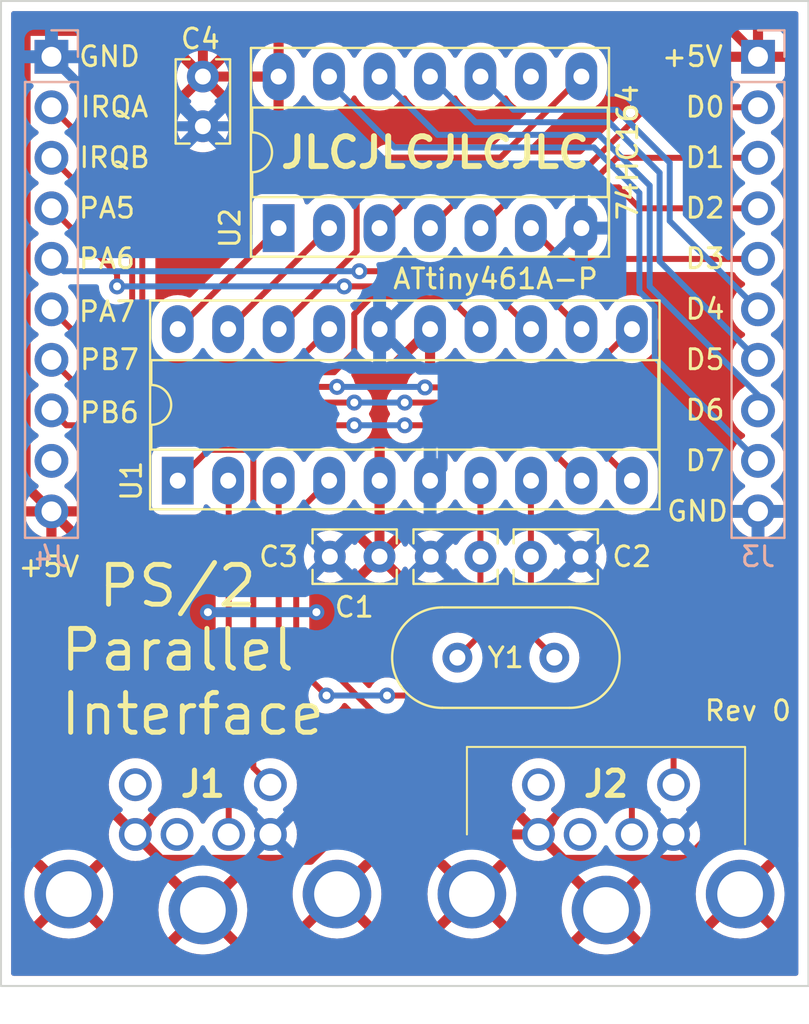
<source format=kicad_pcb>
(kicad_pcb (version 20211014) (generator pcbnew)
  (layers (0 "F.Cu" signal) (31 "B.Cu" power) (34 "B.Paste" user) (35 "F.Paste" user) (36 "B.SilkS" user "B.Silkscreen") (37 "F.SilkS" user "F.Silkscreen") (38 "B.Mask" user) (39 "F.Mask" user) (44 "Edge.Cuts" user))
  (net 0 "")
  (net 1 "GND")
  (net 2 "/XTAL1")
  (net 3 "/XTAL2")
  (net 4 "/PS2A_DATA")
  (net 6 "/PS2A_CLK")
  (net 8 "/PS2B_DATA")
  (net 10 "/PS2B_CLK")
  (net 11 "Earth")
  (net 12 "+5V")
  (net 13 "/D0")
  (net 14 "/D1")
  (net 15 "/D2")
  (net 16 "/D3")
  (net 17 "/D4")
  (net 18 "/D5")
  (net 19 "/D6")
  (net 20 "/D7")
  (net 22 "/IRQA")
  (net 23 "/IRQB")
  (net 24 "/PA5")
  (net 25 "/PA6")
  (net 26 "/PA7")
  (net 27 "/PB7")
  (net 28 "/PB6")
  (net 30 "/OUT_CLK")
  (net 31 "/DATA")
  (net 32 "/CS")
  (footprint "Capacitor_THT:C_Rect_L4.0mm_W2.5mm_P2.50mm" (layer "F.Cu") (at 153.67 88.89 -90)
    (fp_text reference "C4" (at -1.895 0.127 180) (layer "F.SilkS"))
    (fp_text value "100n")
    (fp_line (start -0.87 -1.37) (end -0.87 -0.665) (layer "F.SilkS") (width 0.12))
    (fp_line (start -0.87 0.665) (end -0.87 1.37) (layer "F.SilkS") (width 0.12))
    (fp_line (start 3.37 0.665) (end 3.37 1.37) (layer "F.SilkS") (width 0.12))
    (fp_line (start -0.87 1.37) (end 3.37 1.37) (layer "F.SilkS") (width 0.12))
    (fp_line (start -0.87 -1.37) (end 3.37 -1.37) (layer "F.SilkS") (width 0.12))
    (fp_line (start 3.37 -1.37) (end 3.37 -0.665) (layer "F.SilkS") (width 0.12))
    (pad "1" thru_hole circle (at 0 0 270) (size 1.6 1.6) (drill 0.8) (layers *.Cu *.Mask) (net 12 "+5V"))
    (pad "2" thru_hole circle (at 2.5 0 270) (size 1.6 1.6) (drill 0.8) (layers *.Cu *.Mask) (net 1 "GND"))
  )
  (footprint "Package_DIP:DIP-14_W7.62mm_Socket_LongPads" (layer "F.Cu") (at 157.48 96.51 90)
    (fp_text reference "U2" (at 0 -2.44 90) (layer "F.SilkS"))
    (fp_text value "74HC164" (at 3.81 17.57 90) (layer "F.SilkS"))
    (fp_line (start 6.06 -1.33) (end 4.81 -1.33) (layer "F.SilkS") (width 0.12))
    (fp_line (start 1.56 -1.33) (end 1.56 16.57) (layer "F.SilkS") (width 0.12))
    (fp_line (start 1.56 16.57) (end 6.06 16.57) (layer "F.SilkS") (width 0.12))
    (fp_line (start 9.06 -1.39) (end -1.44 -1.39) (layer "F.SilkS") (width 0.12))
    (fp_line (start -1.44 -1.39) (end -1.44 16.63) (layer "F.SilkS") (width 0.12))
    (fp_line (start -1.44 16.63) (end 9.06 16.63) (layer "F.SilkS") (width 0.12))
    (fp_line (start 2.81 -1.33) (end 1.56 -1.33) (layer "F.SilkS") (width 0.12))
    (fp_line (start 6.06 16.57) (end 6.06 -1.33) (layer "F.SilkS") (width 0.12))
    (fp_line (start 9.06 16.63) (end 9.06 -1.39) (layer "F.SilkS") (width 0.12))
    (fp_arc (start 4.81 -1.33) (mid 3.81 -0.33) (end 2.81 -1.33) (layer "F.SilkS") (width 0.12))
    (pad "1" thru_hole rect (at 0 0 90) (size 2.4 1.6) (drill 0.8) (layers *.Cu *.Mask) (net 32 "/CS"))
    (pad "2" thru_hole oval (at 0 2.54 90) (size 2.4 1.6) (drill 0.8) (layers *.Cu *.Mask) (net 31 "/DATA"))
    (pad "3" thru_hole oval (at 0 5.08 90) (size 2.4 1.6) (drill 0.8) (layers *.Cu *.Mask) (net 13 "/D0"))
    (pad "4" thru_hole oval (at 0 7.62 90) (size 2.4 1.6) (drill 0.8) (layers *.Cu *.Mask) (net 14 "/D1"))
    (pad "5" thru_hole oval (at 0 10.16 90) (size 2.4 1.6) (drill 0.8) (layers *.Cu *.Mask) (net 15 "/D2"))
    (pad "6" thru_hole oval (at 0 12.7 90) (size 2.4 1.6) (drill 0.8) (layers *.Cu *.Mask) (net 16 "/D3"))
    (pad "7" thru_hole oval (at 0 15.24 90) (size 2.4 1.6) (drill 0.8) (layers *.Cu *.Mask) (net 1 "GND"))
    (pad "8" thru_hole oval (at 7.62 15.24 90) (size 2.4 1.6) (drill 0.8) (layers *.Cu *.Mask) (net 30 "/OUT_CLK"))
    (pad "9" thru_hole oval (at 7.62 12.7 90) (size 2.4 1.6) (drill 0.8) (layers *.Cu *.Mask))
    (pad "10" thru_hole oval (at 7.62 10.16 90) (size 2.4 1.6) (drill 0.8) (layers *.Cu *.Mask) (net 17 "/D4"))
    (pad "11" thru_hole oval (at 7.62 7.62 90) (size 2.4 1.6) (drill 0.8) (layers *.Cu *.Mask) (net 18 "/D5"))
    (pad "12" thru_hole oval (at 7.62 5.08 90) (size 2.4 1.6) (drill 0.8) (layers *.Cu *.Mask) (net 19 "/D6"))
    (pad "13" thru_hole oval (at 7.62 2.54 90) (size 2.4 1.6) (drill 0.8) (layers *.Cu *.Mask) (net 20 "/D7"))
    (pad "14" thru_hole oval (at 7.62 0 90) (size 2.4 1.6) (drill 0.8) (layers *.Cu *.Mask) (net 12 "+5V"))
  )
  (footprint "KiCad:KMDGX6SBS" (layer "F.Cu") (at 175.26 127 180)
    (fp_text reference "J2" (at 1.3 2.54) (layer "F.SilkS") (effects (font (size 1.27 1.27) (thickness 0.254))))
    (fp_text value "KMDGX-6S-BS" hide)
    (fp_line (start -5.7 -0.5) (end -5.7 4.4) (layer "F.SilkS") (width 0.1))
    (fp_line (start -5.7 4.4) (end 8.3 4.4) (layer "F.SilkS") (width 0.1))
    (fp_line (start 8.3 4.4) (end 8.3 0) (layer "F.SilkS") (width 0.1))
    (pad "1" thru_hole circle (at 0 0 180) (size 1.65 1.65) (drill 1.1) (layers *.Cu *.Mask) (net 8 "/PS2B_DATA"))
    (pad "2" thru_hole circle (at 2.6 0 180) (size 1.65 1.65) (drill 1.1) (layers *.Cu *.Mask))
    (pad "3" thru_hole circle (at -2.1 0 180) (size 1.65 1.65) (drill 1.1) (layers *.Cu *.Mask) (net 1 "GND"))
    (pad "5" thru_hole circle (at 4.7 0 180) (size 1.65 1.65) (drill 1.1) (layers *.Cu *.Mask) (net 12 "+5V"))
    (pad "6" thru_hole circle (at -2.1 2.5 180) (size 1.65 1.65) (drill 1.1) (layers *.Cu *.Mask) (net 10 "/PS2B_CLK"))
    (pad "8" thru_hole circle (at 4.7 2.5 180) (size 1.65 1.65) (drill 1.1) (layers *.Cu *.Mask))
    (pad "MH1" thru_hole circle (at -5.45 -3 180) (size 3.45 3.45) (drill 2.3) (layers *.Cu *.Mask) (net 11 "Earth"))
    (pad "MH2" thru_hole circle (at 1.3 -3.8 180) (size 3.45 3.45) (drill 2.3) (layers *.Cu *.Mask) (net 11 "Earth"))
    (pad "MH3" thru_hole circle (at 8.05 -3 180) (size 3.45 3.45) (drill 2.3) (layers *.Cu *.Mask) (net 11 "Earth"))
  )
  (footprint "Capacitor_THT:C_Rect_L4.0mm_W2.5mm_P2.50mm" (layer "F.Cu") (at 165.14 113.03)
    (fp_text reference "C1" (at -3.85 2.54) (layer "F.SilkS"))
    (fp_text value "20p")
    (fp_line (start -0.87 0.665) (end -0.87 1.37) (layer "F.SilkS") (width 0.12))
    (fp_line (start 3.37 -1.37) (end 3.37 -0.665) (layer "F.SilkS") (width 0.12))
    (fp_line (start -0.87 -1.37) (end -0.87 -0.665) (layer "F.SilkS") (width 0.12))
    (fp_line (start -0.87 -1.37) (end 3.37 -1.37) (layer "F.SilkS") (width 0.12))
    (fp_line (start -0.87 1.37) (end 3.37 1.37) (layer "F.SilkS") (width 0.12))
    (fp_line (start 3.37 0.665) (end 3.37 1.37) (layer "F.SilkS") (width 0.12))
    (pad "1" thru_hole circle (at 0 0) (size 1.6 1.6) (drill 0.8) (layers *.Cu *.Mask) (net 1 "GND"))
    (pad "2" thru_hole circle (at 2.5 0) (size 1.6 1.6) (drill 0.8) (layers *.Cu *.Mask) (net 2 "/XTAL1"))
  )
  (footprint "Capacitor_THT:C_Rect_L4.0mm_W2.5mm_P2.50mm" (layer "F.Cu") (at 172.68 113.03 180)
    (fp_text reference "C2" (at -2.58 0) (layer "F.SilkS"))
    (fp_text value "20p")
    (fp_line (start 3.37 0.665) (end 3.37 1.37) (layer "F.SilkS") (width 0.12))
    (fp_line (start -0.87 1.37) (end 3.37 1.37) (layer "F.SilkS") (width 0.12))
    (fp_line (start -0.87 -1.37) (end 3.37 -1.37) (layer "F.SilkS") (width 0.12))
    (fp_line (start 3.37 -1.37) (end 3.37 -0.665) (layer "F.SilkS") (width 0.12))
    (fp_line (start -0.87 -1.37) (end -0.87 -0.665) (layer "F.SilkS") (width 0.12))
    (fp_line (start -0.87 0.665) (end -0.87 1.37) (layer "F.SilkS") (width 0.12))
    (pad "1" thru_hole circle (at 0 0 180) (size 1.6 1.6) (drill 0.8) (layers *.Cu *.Mask) (net 1 "GND"))
    (pad "2" thru_hole circle (at 2.5 0 180) (size 1.6 1.6) (drill 0.8) (layers *.Cu *.Mask) (net 3 "/XTAL2"))
  )
  (footprint "Capacitor_THT:C_Rect_L4.0mm_W2.5mm_P2.50mm" (layer "F.Cu") (at 162.56 113.03 180)
    (fp_text reference "C3" (at 5.08 0) (layer "F.SilkS"))
    (fp_text value "100n")
    (fp_line (start 3.37 -1.37) (end 3.37 -0.665) (layer "F.SilkS") (width 0.12))
    (fp_line (start 3.37 0.665) (end 3.37 1.37) (layer "F.SilkS") (width 0.12))
    (fp_line (start -0.87 -1.37) (end 3.37 -1.37) (layer "F.SilkS") (width 0.12))
    (fp_line (start -0.87 -1.37) (end -0.87 -0.665) (layer "F.SilkS") (width 0.12))
    (fp_line (start -0.87 0.665) (end -0.87 1.37) (layer "F.SilkS") (width 0.12))
    (fp_line (start -0.87 1.37) (end 3.37 1.37) (layer "F.SilkS") (width 0.12))
    (pad "1" thru_hole circle (at 0 0 180) (size 1.6 1.6) (drill 0.8) (layers *.Cu *.Mask) (net 12 "+5V"))
    (pad "2" thru_hole circle (at 2.5 0 180) (size 1.6 1.6) (drill 0.8) (layers *.Cu *.Mask) (net 1 "GND"))
  )
  (footprint "KiCad:KMDGX6SBS" (layer "F.Cu") (at 154.97 127 180)
    (fp_text reference "J1" (at 1.3 2.54) (layer "F.SilkS") (effects (font (size 1.27 1.27) (thickness 0.254))))
    (fp_text value "KMDGX-6S-BS" hide)
    (pad "1" thru_hole circle (at 0 0 180) (size 1.65 1.65) (drill 1.1) (layers *.Cu *.Mask) (net 4 "/PS2A_DATA"))
    (pad "2" thru_hole circle (at 2.6 0 180) (size 1.65 1.65) (drill 1.1) (layers *.Cu *.Mask))
    (pad "3" thru_hole circle (at -2.1 0 180) (size 1.65 1.65) (drill 1.1) (layers *.Cu *.Mask) (net 1 "GND"))
    (pad "5" thru_hole circle (at 4.7 0 180) (size 1.65 1.65) (drill 1.1) (layers *.Cu *.Mask) (net 12 "+5V"))
    (pad "6" thru_hole circle (at -2.1 2.5 180) (size 1.65 1.65) (drill 1.1) (layers *.Cu *.Mask) (net 6 "/PS2A_CLK"))
    (pad "8" thru_hole circle (at 4.7 2.5 180) (size 1.65 1.65) (drill 1.1) (layers *.Cu *.Mask))
    (pad "MH1" thru_hole circle (at -5.45 -3 180) (size 3.45 3.45) (drill 2.3) (layers *.Cu *.Mask) (net 11 "Earth"))
    (pad "MH2" thru_hole circle (at 1.3 -3.8 180) (size 3.45 3.45) (drill 2.3) (layers *.Cu *.Mask) (net 11 "Earth"))
    (pad "MH3" thru_hole circle (at 8.05 -3 180) (size 3.45 3.45) (drill 2.3) (layers *.Cu *.Mask) (net 11 "Earth"))
  )
  (footprint "Package_DIP:DIP-20_W7.62mm_Socket_LongPads" (layer "F.Cu") (at 152.405 109.21 90)
    (fp_text reference "U1" (at -0.01 -2.33 90) (layer "F.SilkS"))
    (fp_text value "ATtiny461A-P" (at 10.15 15.997 180) (layer "F.SilkS"))
    (fp_line (start 9.06 -1.39) (end -1.44 -1.39) (layer "F.SilkS") (width 0.12))
    (fp_line (start 2.81 -1.33) (end 1.56 -1.33) (layer "F.SilkS") (width 0.12))
    (fp_line (start -1.44 24.25) (end 9.06 24.25) (layer "F.SilkS") (width 0.12))
    (fp_line (start 6.06 24.19) (end 6.06 -1.33) (layer "F.SilkS") (width 0.12))
    (fp_line (start 1.56 -1.33) (end 1.56 24.19) (layer "F.SilkS") (width 0.12))
    (fp_line (start 6.06 -1.33) (end 4.81 -1.33) (layer "F.SilkS") (width 0.12))
    (fp_line (start -1.44 -1.39) (end -1.44 24.25) (layer "F.SilkS") (width 0.12))
    (fp_line (start 1.56 24.19) (end 6.06 24.19) (layer "F.SilkS") (width 0.12))
    (fp_line (start 9.06 24.25) (end 9.06 -1.39) (layer "F.SilkS") (width 0.12))
    (fp_arc (start 4.81 -1.33) (mid 3.81 -0.33) (end 2.81 -1.33) (layer "F.SilkS") (width 0.12))
    (pad "1" thru_hole rect (at 0 0 90) (size 2.4 1.6) (drill 0.8) (layers *.Cu *.Mask) (net 6 "/PS2A_CLK"))
    (pad "2" thru_hole oval (at 0 2.54 90) (size 2.4 1.6) (drill 0.8) (layers *.Cu *.Mask) (net 4 "/PS2A_DATA"))
    (pad "3" thru_hole oval (at 0 5.08 90) (size 2.4 1.6) (drill 0.8) (layers *.Cu *.Mask) (net 10 "/PS2B_CLK"))
    (pad "4" thru_hole oval (at 0 7.62 90) (size 2.4 1.6) (drill 0.8) (layers *.Cu *.Mask) (net 8 "/PS2B_DATA"))
    (pad "5" thru_hole oval (at 0 10.16 90) (size 2.4 1.6) (drill 0.8) (layers *.Cu *.Mask) (net 12 "+5V"))
    (pad "6" thru_hole oval (at 0 12.7 90) (size 2.4 1.6) (drill 0.8) (layers *.Cu *.Mask) (net 1 "GND"))
    (pad "7" thru_hole oval (at 0 15.24 90) (size 2.4 1.6) (drill 0.8) (layers *.Cu *.Mask) (net 2 "/XTAL1"))
    (pad "8" thru_hole oval (at 0 17.78 90) (size 2.4 1.6) (drill 0.8) (layers *.Cu *.Mask) (net 3 "/XTAL2"))
    (pad "9" thru_hole oval (at 0 20.32 90) (size 2.4 1.6) (drill 0.8) (layers *.Cu *.Mask) (net 28 "/PB6"))
    (pad "10" thru_hole oval (at 0 22.86 90) (size 2.4 1.6) (drill 0.8) (layers *.Cu *.Mask) (net 27 "/PB7"))
    (pad "11" thru_hole oval (at 7.62 22.86 90) (size 2.4 1.6) (drill 0.8) (layers *.Cu *.Mask) (net 26 "/PA7"))
    (pad "12" thru_hole oval (at 7.62 20.32 90) (size 2.4 1.6) (drill 0.8) (layers *.Cu *.Mask) (net 25 "/PA6"))
    (pad "13" thru_hole oval (at 7.62 17.78 90) (size 2.4 1.6) (drill 0.8) (layers *.Cu *.Mask) (net 24 "/PA5"))
    (pad "14" thru_hole oval (at 7.62 15.24 90) (size 2.4 1.6) (drill 0.8) (layers *.Cu *.Mask) (net 23 "/IRQB"))
    (pad "15" thru_hole oval (at 7.62 12.7 90) (size 2.4 1.6) (drill 0.8) (layers *.Cu *.Mask) (net 12 "+5V"))
    (pad "16" thru_hole oval (at 7.62 10.16 90) (size 2.4 1.6) (drill 0.8) (layers *.Cu *.Mask) (net 1 "GND"))
    (pad "17" thru_hole oval (at 7.62 7.62 90) (size 2.4 1.6) (drill 0.8) (layers *.Cu *.Mask) (net 22 "/IRQA"))
    (pad "18" thru_hole oval (at 7.62 5.08 90) (size 2.4 1.6) (drill 0.8) (layers *.Cu *.Mask) (net 30 "/OUT_CLK"))
    (pad "19" thru_hole oval (at 7.62 2.54 90) (size 2.4 1.6) (drill 0.8) (layers *.Cu *.Mask) (net 31 "/DATA"))
    (pad "20" thru_hole oval (at 7.62 0 90) (size 2.4 1.6) (drill 0.8) (layers *.Cu *.Mask) (net 32 "/CS"))
  )
  (footprint "Crystal:Crystal_HC49-4H_Vertical" (layer "F.Cu") (at 171.36 118.11 180)
    (fp_text reference "Y1" (at 2.45 0) (layer "F.SilkS"))
    (fp_text value "ECS-080-20-4X-DU")
    (fp_line (start -0.76 -2.525) (end 5.64 -2.525) (layer "F.SilkS") (width 0.12))
    (fp_line (start -0.76 2.525) (end 5.64 2.525) (layer "F.SilkS") (width 0.12))
    (fp_arc (start -0.76 2.525) (mid -3.285 0) (end -0.76 -2.525) (layer "F.SilkS") (width 0.12))
    (fp_arc (start 5.64 -2.525) (mid 8.165 0) (end 5.64 2.525) (layer "F.SilkS") (width 0.12))
    (pad "1" thru_hole circle (at 0 0 180) (size 1.5 1.5) (drill 0.8) (layers *.Cu *.Mask) (net 3 "/XTAL2"))
    (pad "2" thru_hole circle (at 4.88 0 180) (size 1.5 1.5) (drill 0.8) (layers *.Cu *.Mask) (net 2 "/XTAL1"))
  )
  (footprint "Connector_PinHeader_2.54mm:PinHeader_1x10_P2.54mm_Vertical" (layer "B.Cu") (at 181.61 87.895 180)
    (fp_text reference "J3" (at 0 -25.135) (layer "B.SilkS") (effects (justify mirror)))
    (fp_text value "HDR_D")
    (fp_line (start -1.33 0) (end -1.33 1.33) (layer "B.SilkS") (width 0.12))
    (fp_line (start 1.33 -1.27) (end 1.33 -24.19) (layer "B.SilkS") (width 0.12))
    (fp_line (start -1.33 -24.19) (end 1.33 -24.19) (layer "B.SilkS") (width 0.12))
    (fp_line (start -1.33 1.33) (end 0 1.33) (layer "B.SilkS") (width 0.12))
    (fp_line (start -1.33 -1.27) (end 1.33 -1.27) (layer "B.SilkS") (width 0.12))
    (fp_line (start -1.33 -1.27) (end -1.33 -24.19) (layer "B.SilkS") (width 0.12))
    (pad "1" thru_hole rect (at 0 0 180) (size 1.7 1.7) (drill 1) (layers *.Cu *.Mask) (net 12 "+5V"))
    (pad "2" thru_hole oval (at 0 -2.54 180) (size 1.7 1.7) (drill 1) (layers *.Cu *.Mask) (net 13 "/D0"))
    (pad "3" thru_hole oval (at 0 -5.08 180) (size 1.7 1.7) (drill 1) (layers *.Cu *.Mask) (net 14 "/D1"))
    (pad "4" thru_hole oval (at 0 -7.62 180) (size 1.7 1.7) (drill 1) (layers *.Cu *.Mask) (net 15 "/D2"))
    (pad "5" thru_hole oval (at 0 -10.16 180) (size 1.7 1.7) (drill 1) (layers *.Cu *.Mask) (net 16 "/D3"))
    (pad "6" thru_hole oval (at 0 -12.7 180) (size 1.7 1.7) (drill 1) (layers *.Cu *.Mask) (net 17 "/D4"))
    (pad "7" thru_hole oval (at 0 -15.24 180) (size 1.7 1.7) (drill 1) (layers *.Cu *.Mask) (net 18 "/D5"))
    (pad "8" thru_hole oval (at 0 -17.78 180) (size 1.7 1.7) (drill 1) (layers *.Cu *.Mask) (net 19 "/D6"))
    (pad "9" thru_hole oval (at 0 -20.32 180) (size 1.7 1.7) (drill 1) (layers *.Cu *.Mask) (net 20 "/D7"))
    (pad "10" thru_hole oval (at 0 -22.86 180) (size 1.7 1.7) (drill 1) (layers *.Cu *.Mask) (net 1 "GND"))
  )
  (footprint "Connector_PinHeader_2.54mm:PinHeader_1x10_P2.54mm_Vertical" (layer "B.Cu") (at 146.05 87.895 180)
    (fp_text reference "J4" (at 0 -25.135) (layer "B.SilkS") (effects (justify mirror)))
    (fp_text value "HDR_S")
    (fp_line (start -1.33 -24.19) (end 1.33 -24.19) (layer "B.SilkS") (width 0.12))
    (fp_line (start 1.33 -1.27) (end 1.33 -24.19) (layer "B.SilkS") (width 0.12))
    (fp_line (start -1.33 1.33) (end 0 1.33) (layer "B.SilkS") (width 0.12))
    (fp_line (start -1.33 -1.27) (end 1.33 -1.27) (layer "B.SilkS") (width 0.12))
    (fp_line (start -1.33 0) (end -1.33 1.33) (layer "B.SilkS") (width 0.12))
    (fp_line (start -1.33 -1.27) (end -1.33 -24.19) (layer "B.SilkS") (width 0.12))
    (pad "1" thru_hole rect (at 0 0 180) (size 1.7 1.7) (drill 1) (layers *.Cu *.Mask) (net 1 "GND"))
    (pad "2" thru_hole oval (at 0 -2.54 180) (size 1.7 1.7) (drill 1) (layers *.Cu *.Mask) (net 22 "/IRQA"))
    (pad "3" thru_hole oval (at 0 -5.08 180) (size 1.7 1.7) (drill 1) (layers *.Cu *.Mask) (net 23 "/IRQB"))
    (pad "4" thru_hole oval (at 0 -7.62 180) (size 1.7 1.7) (drill 1) (layers *.Cu *.Mask) (net 24 "/PA5"))
    (pad "5" thru_hole oval (at 0 -10.16 180) (size 1.7 1.7) (drill 1) (layers *.Cu *.Mask) (net 25 "/PA6"))
    (pad "6" thru_hole oval (at 0 -12.7 180) (size 1.7 1.7) (drill 1) (layers *.Cu *.Mask) (net 26 "/PA7"))
    (pad "7" thru_hole oval (at 0 -15.24 180) (size 1.7 1.7) (drill 1) (layers *.Cu *.Mask) (net 27 "/PB7"))
    (pad "8" thru_hole oval (at 0 -17.78 180) (size 1.7 1.7) (drill 1) (layers *.Cu *.Mask) (net 28 "/PB6"))
    (pad "9" thru_hole oval (at 0 -20.32 180) (size 1.7 1.7) (drill 1) (layers *.Cu *.Mask))
    (pad "10" thru_hole oval (at 0 -22.86 180) (size 1.7 1.7) (drill 1) (layers *.Cu *.Mask) (net 12 "+5V"))
  )
  (gr_rect (start 143.51 134.62) (end 184.15 85.09) (layer "Edge.Cuts") (width 0.1) (fill none))
  (gr_text "PS/2 \nParallel \nInterface" (at 153.162 117.729) (layer "F.SilkS") (effects (font (size 2 2) (thickness 0.25))))
  (gr_text "D5" (at 178.943 103.124) (layer "F.SilkS") (effects (font (size 1 1))))
  (gr_text "PB7" (at 148.971 103.124) (layer "F.SilkS") (effects (font (size 1 1))))
  (gr_text "Rev 0" (at 181.102 120.777) (layer "F.SilkS") (effects (font (size 1 1))))
  (gr_text "GND" (at 178.562 110.744) (layer "F.SilkS") (effects (font (size 1 1))))
  (gr_text "D0" (at 178.943 90.424) (layer "F.SilkS") (effects (font (size 1 1))))
  (gr_text "PA6" (at 148.844 98.044) (layer "F.SilkS") (effects (font (size 1 1))))
  (gr_text "GND" (at 148.971 87.884) (layer "F.SilkS") (effects (font (size 1 1))))
  (gr_text "+5V" (at 145.923 113.538) (layer "F.SilkS") (effects (font (size 1 1))))
  (gr_text "D2" (at 178.943 95.504) (layer "F.SilkS") (effects (font (size 1 1))))
  (gr_text "D7" (at 178.943 108.204) (layer "F.SilkS") (effects (font (size 1 1))))
  (gr_text "IRQB" (at 149.225 92.964) (layer "F.SilkS") (effects (font (size 1 1))))
  (gr_text "D6" (at 178.943 105.664) (layer "F.SilkS") (effects (font (size 1 1))))
  (gr_text "+5V" (at 178.308 87.884) (layer "F.SilkS") (effects (font (size 1 1))))
  (gr_text "JLCJLCJLCJLC" (at 165.354 92.71) (layer "F.SilkS") (effects (font (size 1.5 1.5) (thickness 0.3))))
  (gr_text "D1" (at 178.943 92.964) (layer "F.SilkS") (effects (font (size 1 1))))
  (gr_text "PB6" (at 148.971 105.791) (layer "F.SilkS") (effects (font (size 1 1))))
  (gr_text "D4" (at 178.943 100.584) (layer "F.SilkS") (effects (font (size 1 1))))
  (gr_text "PA7" (at 148.844 100.711) (layer "F.SilkS") (effects (font (size 1 1))))
  (gr_text "IRQA" (at 149.225 90.424) (layer "F.SilkS") (effects (font (size 1 1))))
  (gr_text "D3" (at 178.943 98.044) (layer "F.SilkS") (effects (font (size 1 1))))
  (gr_text "PA5" (at 148.844 95.504) (layer "F.SilkS") (effects (font (size 1 1))))
  (segment (start 165.995 98.16) (end 171.07 98.16) (width 0.5) (layer "B.Cu") (net 1))
  (segment (start 165.735 103.632) (end 165.735 108.58) (width 0.5) (layer "B.Cu") (net 1))
  (segment (start 153.67 91.39) (end 149.545 91.39) (width 0.5) (layer "B.Cu") (net 1))
  (segment (start 172.212 94.107) (end 172.72 94.615) (width 0.5) (layer "B.Cu") (net 1))
  (segment (start 158.827 91.39) (end 161.544 94.107) (width 0.5) (layer "B.Cu") (net 1))
  (segment (start 162.565 101.59) (end 165.995 98.16) (width 0.5) (layer "B.Cu") (net 1))
  (segment (start 165.735 108.58) (end 165.105 109.21) (width 0.5) (layer "B.Cu") (net 1))
  (segment (start 153.67 91.39) (end 158.827 91.39) (width 0.5) (layer "B.Cu") (net 1))
  (segment (start 172.72 94.615) (end 172.72 96.51) (width 0.5) (layer "B.Cu") (net 1))
  (segment (start 149.545 91.39) (end 146.05 87.895) (width 0.5) (layer "B.Cu") (net 1))
  (segment (start 171.07 98.16) (end 172.72 96.51) (width 0.5) (layer "B.Cu") (net 1))
  (segment (start 164.607 103.632) (end 165.735 103.632) (width 0.5) (layer "B.Cu") (net 1))
  (segment (start 162.565 101.59) (end 164.607 103.632) (width 0.5) (layer "B.Cu") (net 1))
  (segment (start 161.544 94.107) (end 172.212 94.107) (width 0.5) (layer "B.Cu") (net 1))
  (segment (start 167.64 116.95) (end 166.48 118.11) (width 0.3) (layer "F.Cu") (net 2))
  (segment (start 167.64 113.03) (end 167.64 116.95) (width 0.3) (layer "F.Cu") (net 2))
  (segment (start 167.64 113.03) (end 167.64 109.215) (width 0.3) (layer "F.Cu") (net 2))
  (segment (start 170.18 113.03) (end 170.18 116.93) (width 0.3) (layer "F.Cu") (net 3))
  (segment (start 170.18 116.93) (end 171.36 118.11) (width 0.3) (layer "F.Cu") (net 3))
  (segment (start 170.18 113.03) (end 170.18 109.215) (width 0.3) (layer "F.Cu") (net 3))
  (segment (start 154.97 127) (end 154.97 109.235) (width 0.3) (layer "F.Cu") (net 4))
  (segment (start 156.174 107.66) (end 153.955 107.66) (width 0.3) (layer "F.Cu") (net 6))
  (segment (start 156.21 123.64) (end 156.21 107.696) (width 0.3) (layer "F.Cu") (net 6))
  (segment (start 156.21 107.696) (end 156.174 107.66) (width 0.3) (layer "F.Cu") (net 6))
  (segment (start 157.07 124.5) (end 156.21 123.64) (width 0.3) (layer "F.Cu") (net 6))
  (segment (start 153.955 107.66) (end 152.405 109.21) (width 0.3) (layer "F.Cu") (net 6))
  (segment (start 158.369 116.967) (end 158.369 110.866) (width 0.3) (layer "F.Cu") (net 8))
  (segment (start 175.26 123.571) (end 172.974 121.285) (width 0.3) (layer "F.Cu") (net 8))
  (segment (start 162.687 121.285) (end 158.369 116.967) (width 0.3) (layer "F.Cu") (net 8))
  (segment (start 158.369 110.866) (end 160.025 109.21) (width 0.3) (layer "F.Cu") (net 8))
  (segment (start 175.26 127) (end 175.26 123.571) (width 0.3) (layer "F.Cu") (net 8))
  (segment (start 172.974 121.285) (end 162.687 121.285) (width 0.3) (layer "F.Cu") (net 8))
  (segment (start 175.133 120.015) (end 162.941 120.015) (width 0.3) (layer "F.Cu") (net 10))
  (segment (start 157.485 117.607) (end 157.485 109.21) (width 0.3) (layer "F.Cu") (net 10))
  (segment (start 177.36 124.5) (end 177.36 122.242) (width 0.3) (layer "F.Cu") (net 10))
  (segment (start 175.133 120.015) (end 177.36 122.242) (width 0.3) (layer "F.Cu") (net 10))
  (segment (start 159.893 120.015) (end 157.485 117.607) (width 0.3) (layer "F.Cu") (net 10))
  (via (at 159.893 120.015) (size 0.8) (drill 0.4) (layers "F.Cu" "B.Cu") (net 10))
  (via (at 162.941 120.015) (size 0.8) (drill 0.4) (layers "F.Cu" "B.Cu") (net 10))
  (segment (start 162.941 120.015) (end 159.893 120.015) (width 0.3) (layer "B.Cu") (net 10))
  (segment (start 178.049 128.275) (end 179.197 127.127) (width 0.5) (layer "F.Cu") (net 12))
  (segment (start 153.67 88.89) (end 157.48 88.89) (width 0.5) (layer "F.Cu") (net 12))
  (segment (start 154.54 86.595) (end 154.559 86.614) (width 0.5) (layer "F.Cu") (net 12))
  (segment (start 150.27 127) (end 151.545 128.275) (width 0.5) (layer "F.Cu") (net 12))
  (segment (start 146.05 110.755) (end 151.119 115.824) (width 0.5) (layer "F.Cu") (net 12))
  (segment (start 159.766 115.824) (end 162.56 113.03) (width 0.5) (layer "F.Cu") (net 12))
  (segment (start 146.05 122.78) (end 150.27 127) (width 0.5) (layer "F.Cu") (net 12))
  (segment (start 154.559 86.614) (end 153.67 87.503) (width 0.5) (layer "F.Cu") (net 12))
  (segment (start 153.67 87.503) (end 153.67 88.89) (width 0.5) (layer "F.Cu") (net 12))
  (segment (start 162.565 109.21) (end 162.565 104.13) (width 0.5) (layer "F.Cu") (net 12))
  (segment (start 144.75 86.595) (end 154.54 86.595) (width 0.5) (layer "F.Cu") (net 12))
  (segment (start 180.329 86.614) (end 154.559 86.614) (width 0.5) (layer "F.Cu") (net 12))
  (segment (start 146.05 110.755) (end 144.75 109.455) (width 0.5) (layer "F.Cu") (net 12))
  (segment (start 159.069085 128.275) (end 160.344085 127) (width 0.5) (layer "F.Cu") (net 12))
  (segment (start 151.545 128.275) (end 159.069085 128.275) (width 0.5) (layer "F.Cu") (net 12))
  (segment (start 151.119 115.824) (end 153.924 115.824) (width 0.5) (layer "F.Cu") (net 12))
  (segment (start 146.05 110.755) (end 146.05 122.78) (width 0.5) (layer "F.Cu") (net 12))
  (segment (start 144.75 109.455) (end 144.75 86.595) (width 0.5) (layer "F.Cu") (net 12))
  (segment (start 171.835 128.275) (end 178.049 128.275) (width 0.5) (layer "F.Cu") (net 12))
  (segment (start 170.56 127) (end 171.835 128.275) (width 0.5) (layer "F.Cu") (net 12))
  (segment (start 181.61 87.895) (end 180.329 86.614) (width 0.5) (layer "F.Cu") (net 12))
  (segment (start 162.565 104.13) (end 165.105 101.59) (width 0.5) (layer "F.Cu") (net 12))
  (segment (start 160.344085 127) (end 170.56 127) (width 0.5) (layer "F.Cu") (net 12))
  (segment (start 159.385 115.824) (end 159.766 115.824) (width 0.5) (layer "F.Cu") (net 12))
  (segment (start 162.56 113.03) (end 162.56 109.215) (width 0.5) (layer "F.Cu") (net 12))
  (via (at 153.924 115.824) (size 0.8) (drill 0.4) (layers "F.Cu" "B.Cu") (net 12))
  (via (at 159.385 115.824) (size 0.8) (drill 0.4) (layers "F.Cu" "B.Cu") (net 12))
  (segment (start 153.924 115.824) (end 159.385 115.824) (width 0.5) (layer "B.Cu") (net 12))
  (segment (start 165.606 93.464) (end 172.982 93.464) (width 0.3) (layer "F.Cu") (net 13))
  (segment (start 176.011 90.435) (end 181.61 90.435) (width 0.3) (layer "F.Cu") (net 13))
  (segment (start 162.56 96.51) (end 165.606 93.464) (width 0.3) (layer "F.Cu") (net 13))
  (segment (start 172.982 93.464) (end 176.011 90.435) (width 0.3) (layer "F.Cu") (net 13))
  (segment (start 173.498 93.964) (end 174.498 92.964) (width 0.3) (layer "F.Cu") (net 14))
  (segment (start 174.509 92.975) (end 181.61 92.975) (width 0.3) (layer "F.Cu") (net 14))
  (segment (start 165.1 96.51) (end 167.646 93.964) (width 0.3) (layer "F.Cu") (net 14))
  (segment (start 174.498 92.964) (end 174.509 92.975) (width 0.3) (layer "F.Cu") (net 14))
  (segment (start 167.646 93.964) (end 173.498 93.964) (width 0.3) (layer "F.Cu") (net 14))
  (segment (start 174.601 94.464) (end 175.652 95.515) (width 0.3) (layer "F.Cu") (net 15))
  (segment (start 175.652 95.515) (end 181.61 95.515) (width 0.3) (layer "F.Cu") (net 15))
  (segment (start 169.686 94.464) (end 174.601 94.464) (width 0.3) (layer "F.Cu") (net 15))
  (segment (start 167.64 96.51) (end 169.686 94.464) (width 0.3) (layer "F.Cu") (net 15))
  (segment (start 171.73 98.06) (end 181.605 98.06) (width 0.3) (layer "F.Cu") (net 16))
  (segment (start 170.18 96.51) (end 171.73 98.06) (width 0.3) (layer "F.Cu") (net 16))
  (segment (start 174.506 90.559) (end 177.165 93.218) (width 0.3) (layer "B.Cu") (net 17))
  (segment (start 181.61 100.595) (end 177.165 96.15) (width 0.3) (layer "B.Cu") (net 17))
  (segment (start 177.165 93.218) (end 177.165 96.15) (width 0.3) (layer "B.Cu") (net 17))
  (segment (start 169.309 90.559) (end 174.506 90.559) (width 0.3) (layer "B.Cu") (net 17))
  (segment (start 167.64 88.89) (end 169.309 90.559) (width 0.3) (layer "B.Cu") (net 17))
  (segment (start 174.117 91.186) (end 167.396 91.186) (width 0.3) (layer "B.Cu") (net 18))
  (segment (start 167.396 91.186) (end 165.1 88.89) (width 0.3) (layer "B.Cu") (net 18))
  (segment (start 181.61 103.135) (end 176.657 98.182) (width 0.3) (layer "B.Cu") (net 18))
  (segment (start 176.657 98.182) (end 176.657 93.726) (width 0.3) (layer "B.Cu") (net 18))
  (segment (start 176.657 93.726) (end 174.117 91.186) (width 0.3) (layer "B.Cu") (net 18))
  (segment (start 181.61 105.675) (end 181.61 104.902) (width 0.3) (layer "B.Cu") (net 19))
  (segment (start 173.609 91.821) (end 165.481 91.821) (width 0.3) (layer "B.Cu") (net 19))
  (segment (start 176.157 99.449) (end 176.157 94.369) (width 0.3) (layer "B.Cu") (net 19))
  (segment (start 176.157 94.369) (end 173.609 91.821) (width 0.3) (layer "B.Cu") (net 19))
  (segment (start 181.61 104.902) (end 176.157 99.449) (width 0.3) (layer "B.Cu") (net 19))
  (segment (start 165.481 91.821) (end 162.56 88.9) (width 0.3) (layer "B.Cu") (net 19))
  (segment (start 163.322 92.456) (end 160.02 89.154) (width 0.3) (layer "B.Cu") (net 20))
  (segment (start 181.61 108.215) (end 176.415 103.02) (width 0.3) (layer "B.Cu") (net 20))
  (segment (start 175.641 99.695) (end 175.641 94.742) (width 0.3) (layer "B.Cu") (net 20))
  (segment (start 176.415 100.469) (end 175.641 99.695) (width 0.3) (layer "B.Cu") (net 20))
  (segment (start 173.355 92.456) (end 163.322 92.456) (width 0.3) (layer "B.Cu") (net 20))
  (segment (start 175.641 94.742) (end 173.355 92.456) (width 0.3) (layer "B.Cu") (net 20))
  (segment (start 176.415 103.02) (end 176.415 100.469) (width 0.3) (layer "B.Cu") (net 20))
  (segment (start 158.364 103.251) (end 151.003 103.251) (width 0.3) (layer "F.Cu") (net 22))
  (segment (start 151.003 103.251) (end 150.622 102.87) (width 0.3) (layer "F.Cu") (net 22))
  (segment (start 150.622 102.87) (end 150.622 95.007) (width 0.3) (layer "F.Cu") (net 22))
  (segment (start 150.622 95.007) (end 146.05 90.435) (width 0.3) (layer "F.Cu") (net 22))
  (segment (start 160.025 101.59) (end 158.364 103.251) (width 0.3) (layer "F.Cu") (net 22))
  (segment (start 150.114 103.069106) (end 150.114 97.039) (width 0.3) (layer "F.Cu") (net 23))
  (segment (start 161.29 102.743) (end 160.274 103.759) (width 0.3) (layer "F.Cu") (net 23))
  (segment (start 160.274 103.759) (end 150.803894 103.759) (width 0.3) (layer "F.Cu") (net 23))
  (segment (start 167.645 101.59) (end 166.095 100.04) (width 0.3) (layer "F.Cu") (net 23))
  (segment (start 166.095 100.04) (end 162.088654 100.04) (width 0.3) (layer "F.Cu") (net 23))
  (segment (start 162.088654 100.04) (end 161.29 100.838654) (width 0.3) (layer "F.Cu") (net 23))
  (segment (start 150.803894 103.759) (end 150.114 103.069106) (width 0.3) (layer "F.Cu") (net 23))
  (segment (start 161.29 100.838654) (end 161.29 102.743) (width 0.3) (layer "F.Cu") (net 23))
  (segment (start 150.114 97.039) (end 146.05 92.975) (width 0.3) (layer "F.Cu") (net 23))
  (segment (start 149.352 98.817) (end 146.05 95.515) (width 0.3) (layer "F.Cu") (net 24))
  (segment (start 160.782 99.441) (end 168.036 99.441) (width 0.3) (layer "F.Cu") (net 24))
  (segment (start 168.036 99.441) (end 170.185 101.59) (width 0.3) (layer "F.Cu") (net 24))
  (segment (start 149.352 99.441) (end 149.352 98.817) (width 0.3) (layer "F.Cu") (net 24))
  (via (at 149.352 99.441) (size 0.8) (drill 0.4) (layers "F.Cu" "B.Cu") (net 24))
  (via (at 160.782 99.441) (size 0.8) (drill 0.4) (layers "F.Cu" "B.Cu") (net 24))
  (segment (start 160.782 99.441) (end 149.352 99.441) (width 0.3) (layer "B.Cu") (net 24))
  (segment (start 172.725 101.59) (end 169.814 98.679) (width 0.3) (layer "F.Cu") (net 25))
  (segment (start 169.814 98.679) (end 161.544 98.679) (width 0.3) (layer "F.Cu") (net 25))
  (via (at 161.544 98.679) (size 0.8) (drill 0.4) (layers "F.Cu" "B.Cu") (net 25))
  (segment (start 161.544 98.679) (end 146.674 98.679) (width 0.3) (layer "B.Cu") (net 25))
  (segment (start 146.674 98.679) (end 146.05 98.055) (width 0.3) (layer "B.Cu") (net 25))
  (segment (start 146.05 100.595) (end 149.948946 104.493946) (width 0.3) (layer "F.Cu") (net 26))
  (segment (start 164.846 104.521) (end 172.334 104.521) (width 0.3) (layer "F.Cu") (net 26))
  (segment (start 172.334 104.521) (end 175.265 101.59) (width 0.3) (layer "F.Cu") (net 26))
  (segment (start 149.948946 104.493946) (end 160.420989 104.493946) (width 0.3) (layer "F.Cu") (net 26))
  (via (at 164.846 104.521) (size 0.8) (drill 0.4) (layers "F.Cu" "B.Cu") (net 26))
  (via (at 160.420989 104.493946) (size 0.8) (drill 0.4) (layers "F.Cu" "B.Cu") (net 26))
  (segment (start 160.420989 104.493946) (end 164.818946 104.493946) (width 0.3) (layer "B.Cu") (net 26))
  (segment (start 164.818946 104.493946) (end 164.846 104.521) (width 0.3) (layer "B.Cu") (net 26))
  (segment (start 148.198 105.283) (end 146.05 103.135) (width 0.3) (layer "F.Cu") (net 27))
  (segment (start 171.338 105.283) (end 163.83 105.283) (width 0.3) (layer "F.Cu") (net 27))
  (segment (start 161.29 105.283) (end 148.198 105.283) (width 0.3) (layer "F.Cu") (net 27))
  (segment (start 175.265 109.21) (end 171.338 105.283) (width 0.3) (layer "F.Cu") (net 27))
  (via (at 163.83 105.283) (size 0.8) (drill 0.4) (layers "F.Cu" "B.Cu") (net 27))
  (via (at 161.29 105.283) (size 0.8) (drill 0.4) (layers "F.Cu" "B.Cu") (net 27))
  (segment (start 161.29 105.283) (end 163.83 105.283) (width 0.3) (layer "B.Cu") (net 27))
  (segment (start 146.05 105.675) (end 146.801 106.426) (width 0.3) (layer "F.Cu") (net 28))
  (segment (start 169.941 106.426) (end 172.725 109.21) (width 0.3) (layer "F.Cu") (net 28))
  (segment (start 163.83 106.426) (end 169.941 106.426) (width 0.3) (layer "F.Cu") (net 28))
  (segment (start 146.801 106.426) (end 161.29 106.426) (width 0.3) (layer "F.Cu") (net 28))
  (via (at 161.29 106.426) (size 0.8) (drill 0.4) (layers "F.Cu" "B.Cu") (net 28))
  (via (at 163.83 106.426) (size 0.8) (drill 0.4) (layers "F.Cu" "B.Cu") (net 28))
  (segment (start 161.29 106.426) (end 163.83 106.426) (width 0.3) (layer "B.Cu") (net 28))
  (segment (start 157.485 101.59) (end 161.41 97.665) (width 0.3) (layer "F.Cu") (net 30))
  (segment (start 162.941 92.964) (end 168.646 92.964) (width 0.3) (layer "F.Cu") (net 30))
  (segment (start 168.646 92.964) (end 172.72 88.89) (width 0.3) (layer "F.Cu") (net 30))
  (segment (start 161.41 97.665) (end 161.41 94.495) (width 0.3) (layer "F.Cu") (net 30))
  (segment (start 161.41 94.495) (end 162.941 92.964) (width 0.3) (layer "F.Cu") (net 30))
  (segment (start 154.945 101.585) (end 160.02 96.51) (width 0.3) (layer "F.Cu") (net 31))
  (segment (start 152.405 101.585) (end 157.48 96.51) (width 0.3) (layer "F.Cu") (net 32))
  (zone (net 11) (net_name "Earth") (layer "F.Cu") (name "Earth") (connect_pads (clearance 0.508)) (min_thickness 0.254) (fill yes (thermal_gap 0.508) (thermal_bridge_width 0.508) (smoothing fillet) (radius 0.5))
    (polygon (pts (xy 184.15 134.62) (xy 143.51 134.62) (xy 143.51 127.762) (xy 184.15 127.762)))
  )
  (zone (net 12) (net_name "+5V") (layer "F.Cu") (name "PWR") (priority 1) (connect_pads (clearance 0.508)) (min_thickness 0.254) (fill yes (thermal_gap 0.508) (thermal_bridge_width 0.508) (smoothing fillet) (radius 0.5))
    (polygon (pts (xy 184.15 127.762) (xy 143.51 127.762) (xy 143.51 85.09) (xy 184.15 85.09)))
  )
  (zone (net 1) (net_name "GND") (layer "B.Cu") (name "Ground") (connect_pads (clearance 0.508)) (min_thickness 0.254) (fill yes (thermal_gap 0.508) (thermal_bridge_width 0.65) (smoothing fillet) (radius 0.5))
    (polygon (pts (xy 184.15 134.62) (xy 143.51 134.62) (xy 143.51 85.09) (xy 184.15 85.09)))
  )
)
</source>
